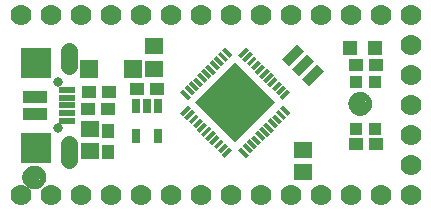
<source format=gbr>
G04 EAGLE Gerber RS-274X export*
G75*
%MOMM*%
%FSLAX34Y34*%
%LPD*%
%INSoldermask Top*%
%IPPOS*%
%AMOC8*
5,1,8,0,0,1.08239X$1,22.5*%
G01*
%ADD10R,1.601600X1.401600*%
%ADD11R,1.201600X1.101600*%
%ADD12R,1.301600X1.301600*%
%ADD13R,0.901600X0.351600*%
%ADD14R,4.801600X4.801600*%
%ADD15R,1.101600X1.201600*%
%ADD16C,1.101600*%
%ADD17C,0.500000*%
%ADD18R,1.101600X1.101600*%
%ADD19R,0.801600X1.801600*%
%ADD20C,0.801600*%
%ADD21R,2.601600X2.601600*%
%ADD22C,1.409600*%
%ADD23R,2.101600X1.101600*%
%ADD24R,1.450000X0.500000*%
%ADD25R,0.651600X1.301600*%
%ADD26C,1.778000*%
%ADD27R,1.501600X1.501600*%


D10*
X125730Y120040D03*
X125730Y139040D03*
X251460Y32410D03*
X251460Y51410D03*
X71120Y50190D03*
X71120Y69190D03*
D11*
X70240Y100330D03*
X87240Y100330D03*
X69605Y85725D03*
X86605Y85725D03*
X296300Y55880D03*
X313300Y55880D03*
D12*
X291760Y137160D03*
X312760Y137160D03*
D13*
G36*
X199260Y53620D02*
X205634Y47246D01*
X203148Y44760D01*
X196774Y51134D01*
X199260Y53620D01*
G37*
G36*
X202796Y57156D02*
X209170Y50782D01*
X206684Y48296D01*
X200310Y54670D01*
X202796Y57156D01*
G37*
G36*
X206331Y60691D02*
X212705Y54317D01*
X210219Y51831D01*
X203845Y58205D01*
X206331Y60691D01*
G37*
G36*
X209867Y64227D02*
X216241Y57853D01*
X213755Y55367D01*
X207381Y61741D01*
X209867Y64227D01*
G37*
G36*
X213402Y67763D02*
X219776Y61389D01*
X217290Y58903D01*
X210916Y65277D01*
X213402Y67763D01*
G37*
G36*
X216938Y71298D02*
X223312Y64924D01*
X220826Y62438D01*
X214452Y68812D01*
X216938Y71298D01*
G37*
G36*
X220473Y74834D02*
X226847Y68460D01*
X224361Y65974D01*
X217987Y72348D01*
X220473Y74834D01*
G37*
G36*
X224009Y78369D02*
X230383Y71995D01*
X227897Y69509D01*
X221523Y75883D01*
X224009Y78369D01*
G37*
G36*
X227545Y81905D02*
X233919Y75531D01*
X231433Y73045D01*
X225059Y79419D01*
X227545Y81905D01*
G37*
G36*
X231080Y85440D02*
X237454Y79066D01*
X234968Y76580D01*
X228594Y82954D01*
X231080Y85440D01*
G37*
G36*
X234616Y88976D02*
X240990Y82602D01*
X238504Y80116D01*
X232130Y86490D01*
X234616Y88976D01*
G37*
G36*
X232130Y96390D02*
X238504Y102764D01*
X240990Y100278D01*
X234616Y93904D01*
X232130Y96390D01*
G37*
G36*
X228594Y99926D02*
X234968Y106300D01*
X237454Y103814D01*
X231080Y97440D01*
X228594Y99926D01*
G37*
G36*
X225059Y103461D02*
X231433Y109835D01*
X233919Y107349D01*
X227545Y100975D01*
X225059Y103461D01*
G37*
G36*
X221523Y106997D02*
X227897Y113371D01*
X230383Y110885D01*
X224009Y104511D01*
X221523Y106997D01*
G37*
G36*
X217987Y110532D02*
X224361Y116906D01*
X226847Y114420D01*
X220473Y108046D01*
X217987Y110532D01*
G37*
G36*
X214452Y114068D02*
X220826Y120442D01*
X223312Y117956D01*
X216938Y111582D01*
X214452Y114068D01*
G37*
G36*
X210916Y117603D02*
X217290Y123977D01*
X219776Y121491D01*
X213402Y115117D01*
X210916Y117603D01*
G37*
G36*
X207381Y121139D02*
X213755Y127513D01*
X216241Y125027D01*
X209867Y118653D01*
X207381Y121139D01*
G37*
G36*
X203845Y124675D02*
X210219Y131049D01*
X212705Y128563D01*
X206331Y122189D01*
X203845Y124675D01*
G37*
G36*
X200310Y128210D02*
X206684Y134584D01*
X209170Y132098D01*
X202796Y125724D01*
X200310Y128210D01*
G37*
G36*
X196774Y131746D02*
X203148Y138120D01*
X205634Y135634D01*
X199260Y129260D01*
X196774Y131746D01*
G37*
G36*
X189360Y129260D02*
X182986Y135634D01*
X185472Y138120D01*
X191846Y131746D01*
X189360Y129260D01*
G37*
G36*
X185824Y125724D02*
X179450Y132098D01*
X181936Y134584D01*
X188310Y128210D01*
X185824Y125724D01*
G37*
G36*
X182289Y122189D02*
X175915Y128563D01*
X178401Y131049D01*
X184775Y124675D01*
X182289Y122189D01*
G37*
G36*
X178753Y118653D02*
X172379Y125027D01*
X174865Y127513D01*
X181239Y121139D01*
X178753Y118653D01*
G37*
G36*
X175218Y115117D02*
X168844Y121491D01*
X171330Y123977D01*
X177704Y117603D01*
X175218Y115117D01*
G37*
G36*
X171682Y111582D02*
X165308Y117956D01*
X167794Y120442D01*
X174168Y114068D01*
X171682Y111582D01*
G37*
G36*
X168147Y108046D02*
X161773Y114420D01*
X164259Y116906D01*
X170633Y110532D01*
X168147Y108046D01*
G37*
G36*
X164611Y104511D02*
X158237Y110885D01*
X160723Y113371D01*
X167097Y106997D01*
X164611Y104511D01*
G37*
G36*
X161075Y100975D02*
X154701Y107349D01*
X157187Y109835D01*
X163561Y103461D01*
X161075Y100975D01*
G37*
G36*
X157540Y97440D02*
X151166Y103814D01*
X153652Y106300D01*
X160026Y99926D01*
X157540Y97440D01*
G37*
G36*
X154004Y93904D02*
X147630Y100278D01*
X150116Y102764D01*
X156490Y96390D01*
X154004Y93904D01*
G37*
G36*
X156490Y86490D02*
X150116Y80116D01*
X147630Y82602D01*
X154004Y88976D01*
X156490Y86490D01*
G37*
G36*
X160026Y82954D02*
X153652Y76580D01*
X151166Y79066D01*
X157540Y85440D01*
X160026Y82954D01*
G37*
G36*
X163561Y79419D02*
X157187Y73045D01*
X154701Y75531D01*
X161075Y81905D01*
X163561Y79419D01*
G37*
G36*
X167097Y75883D02*
X160723Y69509D01*
X158237Y71995D01*
X164611Y78369D01*
X167097Y75883D01*
G37*
G36*
X170633Y72348D02*
X164259Y65974D01*
X161773Y68460D01*
X168147Y74834D01*
X170633Y72348D01*
G37*
G36*
X174168Y68812D02*
X167794Y62438D01*
X165308Y64924D01*
X171682Y71298D01*
X174168Y68812D01*
G37*
G36*
X177704Y65277D02*
X171330Y58903D01*
X168844Y61389D01*
X175218Y67763D01*
X177704Y65277D01*
G37*
G36*
X181239Y61741D02*
X174865Y55367D01*
X172379Y57853D01*
X178753Y64227D01*
X181239Y61741D01*
G37*
G36*
X184775Y58205D02*
X178401Y51831D01*
X175915Y54317D01*
X182289Y60691D01*
X184775Y58205D01*
G37*
G36*
X188310Y54670D02*
X181936Y48296D01*
X179450Y50782D01*
X185824Y57156D01*
X188310Y54670D01*
G37*
G36*
X191846Y51134D02*
X185472Y44760D01*
X182986Y47246D01*
X189360Y53620D01*
X191846Y51134D01*
G37*
D14*
G36*
X228262Y91440D02*
X194310Y57488D01*
X160358Y91440D01*
X194310Y125392D01*
X228262Y91440D01*
G37*
D15*
X86360Y49920D03*
X86360Y66920D03*
D11*
X296300Y123190D03*
X313300Y123190D03*
D16*
X24130Y27940D03*
D17*
X31630Y27940D02*
X31628Y28121D01*
X31621Y28302D01*
X31610Y28483D01*
X31595Y28664D01*
X31575Y28844D01*
X31551Y29024D01*
X31523Y29203D01*
X31490Y29381D01*
X31453Y29558D01*
X31412Y29735D01*
X31367Y29910D01*
X31317Y30085D01*
X31263Y30258D01*
X31205Y30429D01*
X31143Y30600D01*
X31076Y30768D01*
X31006Y30935D01*
X30932Y31101D01*
X30853Y31264D01*
X30771Y31425D01*
X30685Y31585D01*
X30595Y31742D01*
X30501Y31897D01*
X30404Y32050D01*
X30302Y32200D01*
X30198Y32348D01*
X30089Y32494D01*
X29978Y32636D01*
X29862Y32776D01*
X29744Y32913D01*
X29622Y33048D01*
X29497Y33179D01*
X29369Y33307D01*
X29238Y33432D01*
X29103Y33554D01*
X28966Y33672D01*
X28826Y33788D01*
X28684Y33899D01*
X28538Y34008D01*
X28390Y34112D01*
X28240Y34214D01*
X28087Y34311D01*
X27932Y34405D01*
X27775Y34495D01*
X27615Y34581D01*
X27454Y34663D01*
X27291Y34742D01*
X27125Y34816D01*
X26958Y34886D01*
X26790Y34953D01*
X26619Y35015D01*
X26448Y35073D01*
X26275Y35127D01*
X26100Y35177D01*
X25925Y35222D01*
X25748Y35263D01*
X25571Y35300D01*
X25393Y35333D01*
X25214Y35361D01*
X25034Y35385D01*
X24854Y35405D01*
X24673Y35420D01*
X24492Y35431D01*
X24311Y35438D01*
X24130Y35440D01*
X31630Y27940D02*
X31628Y27759D01*
X31621Y27578D01*
X31610Y27397D01*
X31595Y27216D01*
X31575Y27036D01*
X31551Y26856D01*
X31523Y26677D01*
X31490Y26499D01*
X31453Y26322D01*
X31412Y26145D01*
X31367Y25970D01*
X31317Y25795D01*
X31263Y25622D01*
X31205Y25451D01*
X31143Y25280D01*
X31076Y25112D01*
X31006Y24945D01*
X30932Y24779D01*
X30853Y24616D01*
X30771Y24455D01*
X30685Y24295D01*
X30595Y24138D01*
X30501Y23983D01*
X30404Y23830D01*
X30302Y23680D01*
X30198Y23532D01*
X30089Y23386D01*
X29978Y23244D01*
X29862Y23104D01*
X29744Y22967D01*
X29622Y22832D01*
X29497Y22701D01*
X29369Y22573D01*
X29238Y22448D01*
X29103Y22326D01*
X28966Y22208D01*
X28826Y22092D01*
X28684Y21981D01*
X28538Y21872D01*
X28390Y21768D01*
X28240Y21666D01*
X28087Y21569D01*
X27932Y21475D01*
X27775Y21385D01*
X27615Y21299D01*
X27454Y21217D01*
X27291Y21138D01*
X27125Y21064D01*
X26958Y20994D01*
X26790Y20927D01*
X26619Y20865D01*
X26448Y20807D01*
X26275Y20753D01*
X26100Y20703D01*
X25925Y20658D01*
X25748Y20617D01*
X25571Y20580D01*
X25393Y20547D01*
X25214Y20519D01*
X25034Y20495D01*
X24854Y20475D01*
X24673Y20460D01*
X24492Y20449D01*
X24311Y20442D01*
X24130Y20440D01*
X23949Y20442D01*
X23768Y20449D01*
X23587Y20460D01*
X23406Y20475D01*
X23226Y20495D01*
X23046Y20519D01*
X22867Y20547D01*
X22689Y20580D01*
X22512Y20617D01*
X22335Y20658D01*
X22160Y20703D01*
X21985Y20753D01*
X21812Y20807D01*
X21641Y20865D01*
X21470Y20927D01*
X21302Y20994D01*
X21135Y21064D01*
X20969Y21138D01*
X20806Y21217D01*
X20645Y21299D01*
X20485Y21385D01*
X20328Y21475D01*
X20173Y21569D01*
X20020Y21666D01*
X19870Y21768D01*
X19722Y21872D01*
X19576Y21981D01*
X19434Y22092D01*
X19294Y22208D01*
X19157Y22326D01*
X19022Y22448D01*
X18891Y22573D01*
X18763Y22701D01*
X18638Y22832D01*
X18516Y22967D01*
X18398Y23104D01*
X18282Y23244D01*
X18171Y23386D01*
X18062Y23532D01*
X17958Y23680D01*
X17856Y23830D01*
X17759Y23983D01*
X17665Y24138D01*
X17575Y24295D01*
X17489Y24455D01*
X17407Y24616D01*
X17328Y24779D01*
X17254Y24945D01*
X17184Y25112D01*
X17117Y25280D01*
X17055Y25451D01*
X16997Y25622D01*
X16943Y25795D01*
X16893Y25970D01*
X16848Y26145D01*
X16807Y26322D01*
X16770Y26499D01*
X16737Y26677D01*
X16709Y26856D01*
X16685Y27036D01*
X16665Y27216D01*
X16650Y27397D01*
X16639Y27578D01*
X16632Y27759D01*
X16630Y27940D01*
X16632Y28121D01*
X16639Y28302D01*
X16650Y28483D01*
X16665Y28664D01*
X16685Y28844D01*
X16709Y29024D01*
X16737Y29203D01*
X16770Y29381D01*
X16807Y29558D01*
X16848Y29735D01*
X16893Y29910D01*
X16943Y30085D01*
X16997Y30258D01*
X17055Y30429D01*
X17117Y30600D01*
X17184Y30768D01*
X17254Y30935D01*
X17328Y31101D01*
X17407Y31264D01*
X17489Y31425D01*
X17575Y31585D01*
X17665Y31742D01*
X17759Y31897D01*
X17856Y32050D01*
X17958Y32200D01*
X18062Y32348D01*
X18171Y32494D01*
X18282Y32636D01*
X18398Y32776D01*
X18516Y32913D01*
X18638Y33048D01*
X18763Y33179D01*
X18891Y33307D01*
X19022Y33432D01*
X19157Y33554D01*
X19294Y33672D01*
X19434Y33788D01*
X19576Y33899D01*
X19722Y34008D01*
X19870Y34112D01*
X20020Y34214D01*
X20173Y34311D01*
X20328Y34405D01*
X20485Y34495D01*
X20645Y34581D01*
X20806Y34663D01*
X20969Y34742D01*
X21135Y34816D01*
X21302Y34886D01*
X21470Y34953D01*
X21641Y35015D01*
X21812Y35073D01*
X21985Y35127D01*
X22160Y35177D01*
X22335Y35222D01*
X22512Y35263D01*
X22689Y35300D01*
X22867Y35333D01*
X23046Y35361D01*
X23226Y35385D01*
X23406Y35405D01*
X23587Y35420D01*
X23768Y35431D01*
X23949Y35438D01*
X24130Y35440D01*
D16*
X300192Y90240D03*
D17*
X307692Y90240D02*
X307690Y90421D01*
X307683Y90602D01*
X307672Y90783D01*
X307657Y90964D01*
X307637Y91144D01*
X307613Y91324D01*
X307585Y91503D01*
X307552Y91681D01*
X307515Y91858D01*
X307474Y92035D01*
X307429Y92210D01*
X307379Y92385D01*
X307325Y92558D01*
X307267Y92729D01*
X307205Y92900D01*
X307138Y93068D01*
X307068Y93235D01*
X306994Y93401D01*
X306915Y93564D01*
X306833Y93725D01*
X306747Y93885D01*
X306657Y94042D01*
X306563Y94197D01*
X306466Y94350D01*
X306364Y94500D01*
X306260Y94648D01*
X306151Y94794D01*
X306040Y94936D01*
X305924Y95076D01*
X305806Y95213D01*
X305684Y95348D01*
X305559Y95479D01*
X305431Y95607D01*
X305300Y95732D01*
X305165Y95854D01*
X305028Y95972D01*
X304888Y96088D01*
X304746Y96199D01*
X304600Y96308D01*
X304452Y96412D01*
X304302Y96514D01*
X304149Y96611D01*
X303994Y96705D01*
X303837Y96795D01*
X303677Y96881D01*
X303516Y96963D01*
X303353Y97042D01*
X303187Y97116D01*
X303020Y97186D01*
X302852Y97253D01*
X302681Y97315D01*
X302510Y97373D01*
X302337Y97427D01*
X302162Y97477D01*
X301987Y97522D01*
X301810Y97563D01*
X301633Y97600D01*
X301455Y97633D01*
X301276Y97661D01*
X301096Y97685D01*
X300916Y97705D01*
X300735Y97720D01*
X300554Y97731D01*
X300373Y97738D01*
X300192Y97740D01*
X307692Y90240D02*
X307690Y90059D01*
X307683Y89878D01*
X307672Y89697D01*
X307657Y89516D01*
X307637Y89336D01*
X307613Y89156D01*
X307585Y88977D01*
X307552Y88799D01*
X307515Y88622D01*
X307474Y88445D01*
X307429Y88270D01*
X307379Y88095D01*
X307325Y87922D01*
X307267Y87751D01*
X307205Y87580D01*
X307138Y87412D01*
X307068Y87245D01*
X306994Y87079D01*
X306915Y86916D01*
X306833Y86755D01*
X306747Y86595D01*
X306657Y86438D01*
X306563Y86283D01*
X306466Y86130D01*
X306364Y85980D01*
X306260Y85832D01*
X306151Y85686D01*
X306040Y85544D01*
X305924Y85404D01*
X305806Y85267D01*
X305684Y85132D01*
X305559Y85001D01*
X305431Y84873D01*
X305300Y84748D01*
X305165Y84626D01*
X305028Y84508D01*
X304888Y84392D01*
X304746Y84281D01*
X304600Y84172D01*
X304452Y84068D01*
X304302Y83966D01*
X304149Y83869D01*
X303994Y83775D01*
X303837Y83685D01*
X303677Y83599D01*
X303516Y83517D01*
X303353Y83438D01*
X303187Y83364D01*
X303020Y83294D01*
X302852Y83227D01*
X302681Y83165D01*
X302510Y83107D01*
X302337Y83053D01*
X302162Y83003D01*
X301987Y82958D01*
X301810Y82917D01*
X301633Y82880D01*
X301455Y82847D01*
X301276Y82819D01*
X301096Y82795D01*
X300916Y82775D01*
X300735Y82760D01*
X300554Y82749D01*
X300373Y82742D01*
X300192Y82740D01*
X300011Y82742D01*
X299830Y82749D01*
X299649Y82760D01*
X299468Y82775D01*
X299288Y82795D01*
X299108Y82819D01*
X298929Y82847D01*
X298751Y82880D01*
X298574Y82917D01*
X298397Y82958D01*
X298222Y83003D01*
X298047Y83053D01*
X297874Y83107D01*
X297703Y83165D01*
X297532Y83227D01*
X297364Y83294D01*
X297197Y83364D01*
X297031Y83438D01*
X296868Y83517D01*
X296707Y83599D01*
X296547Y83685D01*
X296390Y83775D01*
X296235Y83869D01*
X296082Y83966D01*
X295932Y84068D01*
X295784Y84172D01*
X295638Y84281D01*
X295496Y84392D01*
X295356Y84508D01*
X295219Y84626D01*
X295084Y84748D01*
X294953Y84873D01*
X294825Y85001D01*
X294700Y85132D01*
X294578Y85267D01*
X294460Y85404D01*
X294344Y85544D01*
X294233Y85686D01*
X294124Y85832D01*
X294020Y85980D01*
X293918Y86130D01*
X293821Y86283D01*
X293727Y86438D01*
X293637Y86595D01*
X293551Y86755D01*
X293469Y86916D01*
X293390Y87079D01*
X293316Y87245D01*
X293246Y87412D01*
X293179Y87580D01*
X293117Y87751D01*
X293059Y87922D01*
X293005Y88095D01*
X292955Y88270D01*
X292910Y88445D01*
X292869Y88622D01*
X292832Y88799D01*
X292799Y88977D01*
X292771Y89156D01*
X292747Y89336D01*
X292727Y89516D01*
X292712Y89697D01*
X292701Y89878D01*
X292694Y90059D01*
X292692Y90240D01*
X292694Y90421D01*
X292701Y90602D01*
X292712Y90783D01*
X292727Y90964D01*
X292747Y91144D01*
X292771Y91324D01*
X292799Y91503D01*
X292832Y91681D01*
X292869Y91858D01*
X292910Y92035D01*
X292955Y92210D01*
X293005Y92385D01*
X293059Y92558D01*
X293117Y92729D01*
X293179Y92900D01*
X293246Y93068D01*
X293316Y93235D01*
X293390Y93401D01*
X293469Y93564D01*
X293551Y93725D01*
X293637Y93885D01*
X293727Y94042D01*
X293821Y94197D01*
X293918Y94350D01*
X294020Y94500D01*
X294124Y94648D01*
X294233Y94794D01*
X294344Y94936D01*
X294460Y95076D01*
X294578Y95213D01*
X294700Y95348D01*
X294825Y95479D01*
X294953Y95607D01*
X295084Y95732D01*
X295219Y95854D01*
X295356Y95972D01*
X295496Y96088D01*
X295638Y96199D01*
X295784Y96308D01*
X295932Y96412D01*
X296082Y96514D01*
X296235Y96611D01*
X296390Y96705D01*
X296547Y96795D01*
X296707Y96881D01*
X296868Y96963D01*
X297031Y97042D01*
X297197Y97116D01*
X297364Y97186D01*
X297532Y97253D01*
X297703Y97315D01*
X297874Y97373D01*
X298047Y97427D01*
X298222Y97477D01*
X298397Y97522D01*
X298574Y97563D01*
X298751Y97600D01*
X298929Y97633D01*
X299108Y97661D01*
X299288Y97685D01*
X299468Y97705D01*
X299649Y97720D01*
X299830Y97731D01*
X300011Y97738D01*
X300192Y97740D01*
D18*
X312800Y68900D03*
X296800Y68900D03*
X296800Y108900D03*
X312800Y108900D03*
D19*
G36*
X239812Y122318D02*
X234144Y127986D01*
X246882Y140724D01*
X252550Y135056D01*
X239812Y122318D01*
G37*
G36*
X248297Y113833D02*
X242629Y119501D01*
X255367Y132239D01*
X261035Y126571D01*
X248297Y113833D01*
G37*
G36*
X256782Y105348D02*
X251114Y111016D01*
X263852Y123754D01*
X269520Y118086D01*
X256782Y105348D01*
G37*
D20*
X44450Y108400D03*
X44450Y69400D03*
D21*
X25450Y52900D03*
X25450Y124900D03*
D22*
X53450Y121900D02*
X53450Y134980D01*
X53450Y55900D02*
X53450Y42820D01*
D23*
X24450Y96400D03*
X24450Y81400D03*
D24*
X52200Y101900D03*
X52200Y95400D03*
X52200Y88900D03*
X52200Y82400D03*
X52200Y75900D03*
D25*
X128880Y88693D03*
X119380Y88693D03*
X109880Y88693D03*
X109880Y62691D03*
X128880Y62691D03*
D11*
X127880Y103124D03*
X110880Y103124D03*
D26*
X12700Y165100D03*
X38100Y165100D03*
X63500Y165100D03*
X88900Y165100D03*
X114300Y165100D03*
X139700Y165100D03*
X165100Y165100D03*
X190500Y165100D03*
X215900Y165100D03*
X241300Y165100D03*
X266700Y165100D03*
X292100Y165100D03*
X317500Y165100D03*
X342900Y165100D03*
X342900Y12700D03*
X317500Y12700D03*
X292100Y12700D03*
X266700Y12700D03*
X241300Y12700D03*
X215900Y12700D03*
X190500Y12700D03*
X165100Y12700D03*
X139700Y12700D03*
X114300Y12700D03*
X88900Y12700D03*
X63500Y12700D03*
X38100Y12700D03*
X12700Y12700D03*
D27*
X107400Y119380D03*
X70400Y119380D03*
D26*
X342900Y139700D03*
X342900Y114300D03*
X342900Y88900D03*
X342900Y63500D03*
X342900Y38100D03*
M02*

</source>
